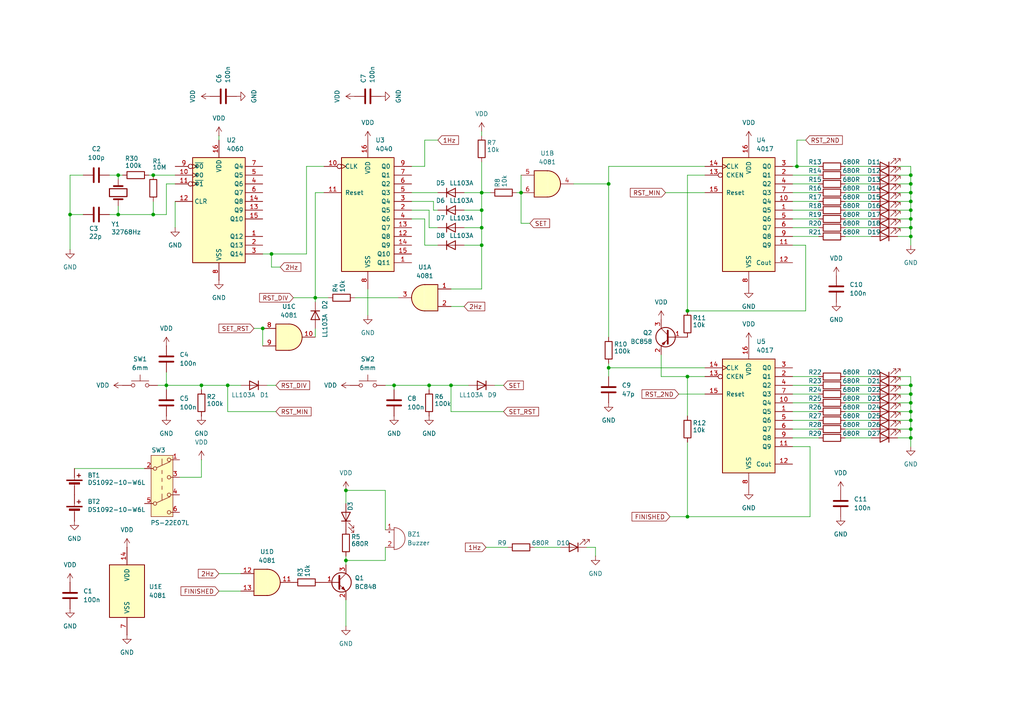
<source format=kicad_sch>
(kicad_sch (version 20231120) (generator "eeschema") (generator_version "8.0")
  (paper "A4")
  (title_block (title "Kitchen minute timer") (date "2024-12-27") (rev "2") (company "www.elektrokrouzek.cz"))
  (junction (at 139.7 66.04))
  (junction (at 130.81 111.76))
  (junction (at 264.16 116.84))
  (junction (at 199.39 90.17))
  (junction (at 34.29 62.23))
  (junction (at 199.39 149.86))
  (junction (at 264.16 127))
  (junction (at 100.33 142.24))
  (junction (at 76.2 95.25))
  (junction (at 44.45 50.8))
  (junction (at 20.32 62.23))
  (junction (at 44.45 62.23))
  (junction (at 114.3 111.76))
  (junction (at 124.46 111.76))
  (junction (at 34.29 50.8))
  (junction (at 100.33 162.56))
  (junction (at 264.16 114.3))
  (junction (at 264.16 60.96))
  (junction (at 176.53 106.68))
  (junction (at 264.16 111.76))
  (junction (at 139.7 60.96))
  (junction (at 264.16 63.5))
  (junction (at 151.13 55.88))
  (junction (at 264.16 66.04))
  (junction (at 139.7 71.12))
  (junction (at 139.7 55.88))
  (junction (at 58.42 111.76))
  (junction (at 264.16 50.8))
  (junction (at 264.16 58.42))
  (junction (at 176.53 53.34))
  (junction (at 231.14 48.26))
  (junction (at 264.16 121.92))
  (junction (at 264.16 53.34))
  (junction (at 264.16 124.46))
  (junction (at 264.16 119.38))
  (junction (at 48.26 111.76))
  (junction (at 91.44 86.36))
  (junction (at 264.16 68.58))
  (junction (at 264.16 55.88))
  (junction (at 66.04 111.76))
  (junction (at 78.74 73.66))
  (junction (at 199.39 109.22))
  (wire (pts (xy 31.75 62.23) (xy 34.29 62.23)))
  (wire (pts (xy 48.26 62.23) (xy 44.45 62.23)))
  (wire (pts (xy 91.44 95.25) (xy 91.44 97.79)))
  (wire (pts (xy 260.35 121.92) (xy 264.16 121.92)))
  (wire (pts (xy 119.38 58.42) (xy 125.73 58.42)))
  (wire (pts (xy 124.46 66.04) (xy 127 66.04)))
  (wire (pts (xy 114.3 111.76) (xy 114.3 113.03)))
  (wire (pts (xy 130.81 83.82) (xy 139.7 83.82)))
  (wire (pts (xy 229.87 48.26) (xy 231.14 48.26)))
  (wire (pts (xy 245.11 55.88) (xy 252.73 55.88)))
  (wire (pts (xy 102.87 86.36) (xy 115.57 86.36)))
  (wire (pts (xy 264.16 116.84) (xy 264.16 119.38)))
  (wire (pts (xy 76.2 73.66) (xy 78.74 73.66)))
  (wire (pts (xy 260.35 48.26) (xy 264.16 48.26)))
  (wire (pts (xy 134.62 66.04) (xy 139.7 66.04)))
  (wire (pts (xy 139.7 71.12) (xy 139.7 66.04)))
  (wire (pts (xy 76.2 95.25) (xy 76.2 100.33)))
  (wire (pts (xy 91.44 86.36) (xy 91.44 55.88)))
  (wire (pts (xy 100.33 142.24) (xy 100.33 146.05)))
  (wire (pts (xy 88.9 73.66) (xy 88.9 48.26)))
  (wire (pts (xy 245.11 48.26) (xy 252.73 48.26)))
  (wire (pts (xy 229.87 111.76) (xy 237.49 111.76)))
  (wire (pts (xy 260.35 119.38) (xy 264.16 119.38)))
  (wire (pts (xy 48.26 111.76) (xy 48.26 113.03)))
  (wire (pts (xy 24.13 50.8) (xy 20.32 50.8)))
  (wire (pts (xy 78.74 73.66) (xy 88.9 73.66)))
  (wire (pts (xy 151.13 64.77) (xy 151.13 55.88)))
  (wire (pts (xy 48.26 107.95) (xy 48.26 111.76)))
  (wire (pts (xy 31.75 50.8) (xy 34.29 50.8)))
  (wire (pts (xy 245.11 119.38) (xy 252.73 119.38)))
  (wire (pts (xy 204.47 114.3) (xy 196.85 114.3)))
  (wire (pts (xy 119.38 55.88) (xy 127 55.88)))
  (wire (pts (xy 58.42 138.43) (xy 58.42 133.35)))
  (wire (pts (xy 245.11 50.8) (xy 252.73 50.8)))
  (wire (pts (xy 229.87 109.22) (xy 237.49 109.22)))
  (wire (pts (xy 245.11 66.04) (xy 252.73 66.04)))
  (wire (pts (xy 34.29 62.23) (xy 44.45 62.23)))
  (wire (pts (xy 245.11 114.3) (xy 252.73 114.3)))
  (wire (pts (xy 234.95 149.86) (xy 199.39 149.86)))
  (wire (pts (xy 100.33 173.99) (xy 100.33 181.61)))
  (wire (pts (xy 130.81 111.76) (xy 135.89 111.76)))
  (wire (pts (xy 264.16 48.26) (xy 264.16 50.8)))
  (wire (pts (xy 245.11 68.58) (xy 252.73 68.58)))
  (wire (pts (xy 229.87 55.88) (xy 237.49 55.88)))
  (wire (pts (xy 81.28 77.47) (xy 78.74 77.47)))
  (wire (pts (xy 149.86 55.88) (xy 151.13 55.88)))
  (wire (pts (xy 204.47 48.26) (xy 176.53 48.26)))
  (wire (pts (xy 21.59 135.89) (xy 41.91 135.89)))
  (wire (pts (xy 229.87 50.8) (xy 237.49 50.8)))
  (wire (pts (xy 229.87 53.34) (xy 237.49 53.34)))
  (wire (pts (xy 63.5 166.37) (xy 69.85 166.37)))
  (wire (pts (xy 229.87 68.58) (xy 237.49 68.58)))
  (wire (pts (xy 264.16 50.8) (xy 264.16 53.34)))
  (wire (pts (xy 229.87 66.04) (xy 237.49 66.04)))
  (wire (pts (xy 48.26 53.34) (xy 48.26 62.23)))
  (wire (pts (xy 260.35 68.58) (xy 264.16 68.58)))
  (wire (pts (xy 264.16 124.46) (xy 264.16 127)))
  (wire (pts (xy 231.14 48.26) (xy 237.49 48.26)))
  (wire (pts (xy 124.46 60.96) (xy 124.46 66.04)))
  (wire (pts (xy 123.19 40.64) (xy 127 40.64)))
  (wire (pts (xy 154.94 158.75) (xy 162.56 158.75)))
  (wire (pts (xy 100.33 162.56) (xy 111.76 162.56)))
  (wire (pts (xy 139.7 38.1) (xy 139.7 39.37)))
  (wire (pts (xy 123.19 71.12) (xy 127 71.12)))
  (wire (pts (xy 20.32 50.8) (xy 20.32 62.23)))
  (wire (pts (xy 130.81 119.38) (xy 130.81 111.76)))
  (wire (pts (xy 95.25 86.36) (xy 91.44 86.36)))
  (wire (pts (xy 245.11 127) (xy 252.73 127)))
  (wire (pts (xy 264.16 66.04) (xy 264.16 68.58)))
  (wire (pts (xy 260.35 116.84) (xy 264.16 116.84)))
  (wire (pts (xy 34.29 52.07) (xy 34.29 50.8)))
  (wire (pts (xy 146.05 119.38) (xy 130.81 119.38)))
  (wire (pts (xy 111.76 153.67) (xy 111.76 142.24)))
  (wire (pts (xy 264.16 63.5) (xy 264.16 66.04)))
  (wire (pts (xy 172.72 158.75) (xy 172.72 161.29)))
  (wire (pts (xy 264.16 53.34) (xy 264.16 55.88)))
  (wire (pts (xy 100.33 162.56) (xy 100.33 163.83)))
  (wire (pts (xy 130.81 88.9) (xy 134.62 88.9)))
  (wire (pts (xy 233.68 71.12) (xy 233.68 90.17)))
  (wire (pts (xy 124.46 113.03) (xy 124.46 111.76)))
  (wire (pts (xy 123.19 40.64) (xy 123.19 48.26)))
  (wire (pts (xy 100.33 142.24) (xy 111.76 142.24)))
  (wire (pts (xy 176.53 106.68) (xy 176.53 105.41)))
  (wire (pts (xy 264.16 58.42) (xy 264.16 60.96)))
  (wire (pts (xy 63.5 39.37) (xy 63.5 40.64)))
  (wire (pts (xy 114.3 111.76) (xy 124.46 111.76)))
  (wire (pts (xy 119.38 63.5) (xy 123.19 63.5)))
  (wire (pts (xy 199.39 109.22) (xy 204.47 109.22)))
  (wire (pts (xy 44.45 50.8) (xy 50.8 50.8)))
  (wire (pts (xy 231.14 40.64) (xy 231.14 48.26)))
  (wire (pts (xy 134.62 60.96) (xy 139.7 60.96)))
  (wire (pts (xy 170.18 158.75) (xy 172.72 158.75)))
  (wire (pts (xy 194.31 149.86) (xy 199.39 149.86)))
  (wire (pts (xy 245.11 124.46) (xy 252.73 124.46)))
  (wire (pts (xy 233.68 40.64) (xy 231.14 40.64)))
  (wire (pts (xy 264.16 121.92) (xy 264.16 124.46)))
  (wire (pts (xy 58.42 111.76) (xy 66.04 111.76)))
  (wire (pts (xy 199.39 50.8) (xy 204.47 50.8)))
  (wire (pts (xy 245.11 121.92) (xy 252.73 121.92)))
  (wire (pts (xy 139.7 60.96) (xy 139.7 55.88)))
  (wire (pts (xy 125.73 60.96) (xy 127 60.96)))
  (wire (pts (xy 176.53 53.34) (xy 176.53 97.79)))
  (wire (pts (xy 245.11 111.76) (xy 252.73 111.76)))
  (wire (pts (xy 191.77 102.87) (xy 191.77 109.22)))
  (wire (pts (xy 111.76 111.76) (xy 114.3 111.76)))
  (wire (pts (xy 260.35 66.04) (xy 264.16 66.04)))
  (wire (pts (xy 229.87 114.3) (xy 237.49 114.3)))
  (wire (pts (xy 199.39 109.22) (xy 199.39 120.65)))
  (wire (pts (xy 85.09 86.36) (xy 91.44 86.36)))
  (wire (pts (xy 48.26 111.76) (xy 58.42 111.76)))
  (wire (pts (xy 260.35 127) (xy 264.16 127)))
  (wire (pts (xy 88.9 48.26) (xy 93.98 48.26)))
  (wire (pts (xy 260.35 124.46) (xy 264.16 124.46)))
  (wire (pts (xy 123.19 63.5) (xy 123.19 71.12)))
  (wire (pts (xy 147.32 158.75) (xy 140.97 158.75)))
  (wire (pts (xy 143.51 111.76) (xy 146.05 111.76)))
  (wire (pts (xy 264.16 60.96) (xy 264.16 63.5)))
  (wire (pts (xy 229.87 129.54) (xy 234.95 129.54)))
  (wire (pts (xy 199.39 90.17) (xy 199.39 50.8)))
  (wire (pts (xy 245.11 63.5) (xy 252.73 63.5)))
  (wire (pts (xy 260.35 114.3) (xy 264.16 114.3)))
  (wire (pts (xy 139.7 71.12) (xy 139.7 83.82)))
  (wire (pts (xy 264.16 55.88) (xy 264.16 58.42)))
  (wire (pts (xy 229.87 116.84) (xy 237.49 116.84)))
  (wire (pts (xy 139.7 66.04) (xy 139.7 60.96)))
  (wire (pts (xy 264.16 109.22) (xy 264.16 111.76)))
  (wire (pts (xy 91.44 55.88) (xy 93.98 55.88)))
  (wire (pts (xy 260.35 63.5) (xy 264.16 63.5)))
  (wire (pts (xy 229.87 60.96) (xy 237.49 60.96)))
  (wire (pts (xy 125.73 58.42) (xy 125.73 60.96)))
  (wire (pts (xy 264.16 114.3) (xy 264.16 116.84)))
  (wire (pts (xy 50.8 66.04) (xy 50.8 58.42)))
  (wire (pts (xy 260.35 109.22) (xy 264.16 109.22)))
  (wire (pts (xy 58.42 113.03) (xy 58.42 111.76)))
  (wire (pts (xy 229.87 121.92) (xy 237.49 121.92)))
  (wire (pts (xy 73.66 95.25) (xy 76.2 95.25)))
  (wire (pts (xy 45.72 111.76) (xy 48.26 111.76)))
  (wire (pts (xy 43.18 50.8) (xy 44.45 50.8)))
  (wire (pts (xy 245.11 53.34) (xy 252.73 53.34)))
  (wire (pts (xy 166.37 53.34) (xy 176.53 53.34)))
  (wire (pts (xy 20.32 62.23) (xy 24.13 62.23)))
  (wire (pts (xy 245.11 58.42) (xy 252.73 58.42)))
  (wire (pts (xy 50.8 53.34) (xy 48.26 53.34)))
  (wire (pts (xy 34.29 50.8) (xy 35.56 50.8)))
  (wire (pts (xy 191.77 109.22) (xy 199.39 109.22)))
  (wire (pts (xy 176.53 48.26) (xy 176.53 53.34)))
  (wire (pts (xy 44.45 58.42) (xy 44.45 62.23)))
  (wire (pts (xy 193.04 55.88) (xy 204.47 55.88)))
  (wire (pts (xy 260.35 60.96) (xy 264.16 60.96)))
  (wire (pts (xy 264.16 111.76) (xy 264.16 114.3)))
  (wire (pts (xy 260.35 58.42) (xy 264.16 58.42)))
  (wire (pts (xy 34.29 62.23) (xy 34.29 59.69)))
  (wire (pts (xy 91.44 86.36) (xy 91.44 87.63)))
  (wire (pts (xy 111.76 158.75) (xy 111.76 162.56)))
  (wire (pts (xy 106.68 83.82) (xy 106.68 91.44)))
  (wire (pts (xy 245.11 116.84) (xy 252.73 116.84)))
  (wire (pts (xy 63.5 171.45) (xy 69.85 171.45)))
  (wire (pts (xy 134.62 55.88) (xy 139.7 55.88)))
  (wire (pts (xy 229.87 71.12) (xy 233.68 71.12)))
  (wire (pts (xy 199.39 90.17) (xy 233.68 90.17)))
  (wire (pts (xy 204.47 106.68) (xy 176.53 106.68)))
  (wire (pts (xy 260.35 50.8) (xy 264.16 50.8)))
  (wire (pts (xy 264.16 119.38) (xy 264.16 121.92)))
  (wire (pts (xy 229.87 124.46) (xy 237.49 124.46)))
  (wire (pts (xy 229.87 58.42) (xy 237.49 58.42)))
  (wire (pts (xy 151.13 50.8) (xy 151.13 55.88)))
  (wire (pts (xy 229.87 63.5) (xy 237.49 63.5)))
  (wire (pts (xy 100.33 161.29) (xy 100.33 162.56)))
  (wire (pts (xy 260.35 111.76) (xy 264.16 111.76)))
  (wire (pts (xy 123.19 48.26) (xy 119.38 48.26)))
  (wire (pts (xy 66.04 119.38) (xy 80.01 119.38)))
  (wire (pts (xy 229.87 119.38) (xy 237.49 119.38)))
  (wire (pts (xy 245.11 60.96) (xy 252.73 60.96)))
  (wire (pts (xy 139.7 46.99) (xy 139.7 55.88)))
  (wire (pts (xy 234.95 129.54) (xy 234.95 149.86)))
  (wire (pts (xy 66.04 119.38) (xy 66.04 111.76)))
  (wire (pts (xy 264.16 127) (xy 264.16 129.54)))
  (wire (pts (xy 66.04 111.76) (xy 69.85 111.76)))
  (wire (pts (xy 139.7 55.88) (xy 142.24 55.88)))
  (wire (pts (xy 199.39 128.27) (xy 199.39 149.86)))
  (wire (pts (xy 153.67 64.77) (xy 151.13 64.77)))
  (wire (pts (xy 245.11 109.22) (xy 252.73 109.22)))
  (wire (pts (xy 52.07 138.43) (xy 58.42 138.43)))
  (wire (pts (xy 260.35 53.34) (xy 264.16 53.34)))
  (wire (pts (xy 119.38 60.96) (xy 124.46 60.96)))
  (wire (pts (xy 260.35 55.88) (xy 264.16 55.88)))
  (wire (pts (xy 77.47 111.76) (xy 80.01 111.76)))
  (wire (pts (xy 124.46 111.76) (xy 130.81 111.76)))
  (wire (pts (xy 229.87 127) (xy 237.49 127)))
  (wire (pts (xy 176.53 106.68) (xy 176.53 109.22)))
  (wire (pts (xy 134.62 71.12) (xy 139.7 71.12)))
  (wire (pts (xy 20.32 62.23) (xy 20.32 72.39)))
  (wire (pts (xy 264.16 68.58) (xy 264.16 71.12)))
  (wire (pts (xy 78.74 77.47) (xy 78.74 73.66)))
  (global_label "SET" (shape input) (at 146.05 111.76 0) (property "Intersheetrefs" "${INTERSHEET_REFS}" (effects (hide yes))))
  (global_label "2Hz" (shape input) (at 81.28 77.47 0) (property "Intersheetrefs" "${INTERSHEET_REFS}" (effects (hide yes))))
  (global_label "RST_2ND" (shape input) (at 196.85 114.3 180) (property "Intersheetrefs" "${INTERSHEET_REFS}" (effects (hide yes))))
  (global_label "RST_DIV" (shape input) (at 80.01 111.76 0) (property "Intersheetrefs" "${INTERSHEET_REFS}" (effects (hide yes))))
  (global_label "2Hz" (shape input) (at 134.62 88.9 0) (property "Intersheetrefs" "${INTERSHEET_REFS}" (effects (hide yes))))
  (global_label "2Hz" (shape input) (at 63.5 166.37 180) (property "Intersheetrefs" "${INTERSHEET_REFS}" (effects (hide yes))))
  (global_label "1Hz" (shape input) (at 140.97 158.75 180) (property "Intersheetrefs" "${INTERSHEET_REFS}" (effects (hide yes))))
  (global_label "FINISHED" (shape input) (at 194.31 149.86 180) (property "Intersheetrefs" "${INTERSHEET_REFS}" (effects (hide yes))))
  (global_label "RST_2ND" (shape input) (at 233.68 40.64 0) (property "Intersheetrefs" "${INTERSHEET_REFS}" (effects (hide yes))))
  (global_label "RST_MIN" (shape input) (at 80.01 119.38 0) (property "Intersheetrefs" "${INTERSHEET_REFS}" (effects (hide yes))))
  (global_label "SET" (shape input) (at 153.67 64.77 0) (property "Intersheetrefs" "${INTERSHEET_REFS}" (effects (hide yes))))
  (global_label "1Hz" (shape input) (at 127 40.64 0) (property "Intersheetrefs" "${INTERSHEET_REFS}" (effects (hide yes))))
  (global_label "FINISHED" (shape input) (at 63.5 171.45 180) (property "Intersheetrefs" "${INTERSHEET_REFS}" (effects (hide yes))))
  (global_label "SET_RST" (shape input) (at 146.05 119.38 0) (property "Intersheetrefs" "${INTERSHEET_REFS}" (effects (hide yes))))
  (global_label "SET_RST" (shape input) (at 73.66 95.25 180) (property "Intersheetrefs" "${INTERSHEET_REFS}" (effects (hide yes))))
  (global_label "RST_MIN" (shape input) (at 193.04 55.88 180) (property "Intersheetrefs" "${INTERSHEET_REFS}" (effects (hide yes))))
  (global_label "RST_DIV" (shape input) (at 85.09 86.36 180) (property "Intersheetrefs" "${INTERSHEET_REFS}" (effects (hide yes))))
  (symbol (lib_id "power:VDD") (at 243.84 142.24 0) (unit 1)
    (property "Reference" "#PWR036" (effects (hide yes)))
    (property "Value" "VDD" (at 243.84 137.16 0))
    (property "Description" "Power symbol creates a global label with name \"VDD\"" (effects (hide yes)))
  )
  (symbol (lib_id "Switch:SW_Push_DPDT") (at 46.99 140.97 0) (unit 1)
    (property "Reference" "SW3" (at 45.974 130.556 0))
    (property "Value" "PS-22E07L" (at 49.276 151.638 0))
    (property "Footprint" "Button_Switch_THT_Hap:SW_DPDT_7x7_Turbo" (effects (hide yes)))
    (property "Description" "Momentary Switch, dual pole double throw" (effects (hide yes)))
  )
  (symbol (lib_id "power:VDD") (at 106.68 40.64 0) (unit 1)
    (property "Reference" "#PWR021" (effects (hide yes)))
    (property "Value" "VDD" (at 106.68 35.56 0))
    (property "Description" "Power symbol creates a global label with name \"VDD\"" (effects (hide yes)))
  )
  (symbol (lib_id "Device:LED") (at 256.54 53.34 180) (unit 1)
    (property "Reference" "D13" (at 253.492 52.07 0))
    (property "Value" "3mm G" (effects (hide yes)))
    (property "Footprint" "LED_THT:LED_D3.0mm" (effects (hide yes)))
    (property "Description" "Light emitting diode" (effects (hide yes)))
  )
  (symbol (lib_id "Device:R") (at 100.33 157.48 0) (unit 1)
    (property "Reference" "R5" (at 101.854 155.702 0) (effects (justify left)))
    (property "Value" "680R" (at 101.854 157.734 0) (effects (justify left)))
    (property "Footprint" "Resistor_SMD:R_1206_3216Metric_Pad1.30x1.75mm_HandSolder" (effects (hide yes)))
    (property "Description" "Resistor" (effects (hide yes)))
  )
  (symbol (lib_id "Device:C") (at 243.84 146.05 180) (unit 1)
    (property "Reference" "C11" (at 247.65 144.7799 0) (effects (justify right)))
    (property "Value" "100n" (at 247.65 147.3199 0) (effects (justify right)))
    (property "Footprint" "Capacitor_SMD:C_1206_3216Metric_Pad1.33x1.80mm_HandSolder" (effects (hide yes)))
    (property "Description" "Unpolarized capacitor" (effects (hide yes)))
  )
  (symbol (lib_id "power:GND") (at 243.84 149.86 0) (unit 1)
    (property "Reference" "#PWR037" (effects (hide yes)))
    (property "Value" "GND" (at 243.84 154.94 0))
    (property "Description" "Power symbol creates a global label with name \"GND\" , ground" (effects (hide yes)))
  )
  (symbol (lib_id "Device:LED") (at 256.54 116.84 180) (unit 1)
    (property "Reference" "D23" (at 253.492 115.57 0))
    (property "Value" "3mm G" (effects (hide yes)))
    (property "Footprint" "LED_THT:LED_D3.0mm" (effects (hide yes)))
    (property "Description" "Light emitting diode" (effects (hide yes)))
  )
  (symbol (lib_id "power:GND") (at 21.59 151.13 0) (unit 1)
    (property "Reference" "#PWR05" (effects (hide yes)))
    (property "Value" "GND" (at 21.59 156.21 0))
    (property "Description" "Power symbol creates a global label with name \"GND\" , ground" (effects (hide yes)))
  )
  (symbol (lib_id "power:GND") (at 114.3 120.65 0) (unit 1)
    (property "Reference" "#PWR024" (effects (hide yes)))
    (property "Value" "GND" (at 114.3 125.73 0))
    (property "Description" "Power symbol creates a global label with name \"GND\" , ground" (effects (hide yes)))
  )
  (symbol (lib_id "Device:LED") (at 256.54 48.26 180) (unit 1)
    (property "Reference" "D11" (at 253.492 46.99 0))
    (property "Value" "3mm G" (effects (hide yes)))
    (property "Footprint" "LED_THT:LED_D3.0mm" (effects (hide yes)))
    (property "Description" "Light emitting diode" (effects (hide yes)))
  )
  (symbol (lib_id "power:GND") (at 36.83 184.15 0) (unit 1)
    (property "Reference" "#PWR08" (effects (hide yes)))
    (property "Value" "GND" (at 36.83 189.23 0))
    (property "Description" "Power symbol creates a global label with name \"GND\" , ground" (effects (hide yes)))
  )
  (symbol (lib_id "power:GND") (at 68.58 27.94 90) (unit 1)
    (property "Reference" "#PWR016" (effects (hide yes)))
    (property "Value" "GND" (at 73.66 27.94 0))
    (property "Description" "Power symbol creates a global label with name \"GND\" , ground" (effects (hide yes)))
  )
  (symbol (lib_id "Device:R") (at 58.42 116.84 0) (unit 1)
    (property "Reference" "R2" (at 59.944 115.062 0) (effects (justify left)))
    (property "Value" "100k" (at 59.944 117.094 0) (effects (justify left)))
    (property "Footprint" "Resistor_SMD:R_1206_3216Metric_Pad1.30x1.75mm_HandSolder" (effects (hide yes)))
    (property "Description" "Resistor" (effects (hide yes)))
  )
  (symbol (lib_id "Device:C") (at 106.68 27.94 270) (unit 1)
    (property "Reference" "C7" (at 105.4099 24.13 0) (effects (justify right)))
    (property "Value" "100n" (at 107.9499 24.13 0) (effects (justify right)))
    (property "Footprint" "Capacitor_SMD:C_1206_3216Metric_Pad1.33x1.80mm_HandSolder" (effects (hide yes)))
    (property "Description" "Unpolarized capacitor" (effects (hide yes)))
  )
  (symbol (lib_id "4xxx:4017") (at 217.17 60.96 0) (unit 1)
    (property "Reference" "U4" (at 219.3641 40.64 0) (effects (justify left)))
    (property "Value" "4017" (at 219.3641 43.18 0) (effects (justify left)))
    (property "Footprint" "Package_SO:SO-16_3.9x9.9mm_P1.27mm" (effects (hide yes)))
    (property "Datasheet" "http://www.intersil.com/content/dam/Intersil/documents/cd40/cd4017bms-22bms.pdf" (effects (hide yes)))
    (property "Description" "Johnson Counter ( 10 outputs )" (effects (hide yes)))
  )
  (symbol (lib_id "power:VDD") (at 191.77 92.71 0) (unit 1)
    (property "Reference" "#PWR029" (effects (hide yes)))
    (property "Value" "VDD" (at 191.77 87.63 0))
    (property "Description" "Power symbol creates a global label with name \"VDD\"" (effects (hide yes)))
  )
  (symbol (lib_id "Device:R") (at 199.39 124.46 0) (unit 1)
    (property "Reference" "R12" (at 200.914 122.682 0) (effects (justify left)))
    (property "Value" "10k" (at 200.914 124.714 0) (effects (justify left)))
    (property "Footprint" "Resistor_SMD:R_1206_3216Metric_Pad1.30x1.75mm_HandSolder" (effects (hide yes)))
    (property "Description" "Resistor" (effects (hide yes)))
  )
  (symbol (lib_id "Device:D") (at 91.44 91.44 270) (unit 1)
    (property "Reference" "D2" (at 94.234 88.392 0))
    (property "Value" "LL103A" (at 94.234 94.488 0))
    (property "Footprint" "Diode_SMD:D_MiniMELF" (effects (hide yes)))
    (property "Description" "Diode" (effects (hide yes)))
    (property "Sim.Device" "D" (effects (hide yes)))
    (property "Sim.Pins" "1=K 2=A" (effects (hide yes)))
  )
  (symbol (lib_id "Device:LED") (at 166.37 158.75 180) (unit 1)
    (property "Reference" "D10" (at 163.322 157.48 0))
    (property "Value" "3mm Y" (effects (hide yes)))
    (property "Footprint" "LED_THT:LED_D3.0mm" (effects (hide yes)))
    (property "Description" "Light emitting diode" (effects (hide yes)))
  )
  (symbol (lib_id "Device:R") (at 241.3 109.22 270) (unit 1)
    (property "Reference" "R22" (at 234.442 107.95 90) (effects (justify left)))
    (property "Value" "680R" (at 244.348 107.95 90) (effects (justify left)))
    (property "Footprint" "Resistor_SMD:R_1206_3216Metric_Pad1.30x1.75mm_HandSolder" (effects (hide yes)))
    (property "Description" "Resistor" (effects (hide yes)))
  )
  (symbol (lib_id "power:GND") (at 264.16 71.12 0) (unit 1)
    (property "Reference" "#PWR038" (effects (hide yes)))
    (property "Value" "GND" (at 264.16 76.2 0))
    (property "Description" "Power symbol creates a global label with name \"GND\" , ground" (effects (hide yes)))
  )
  (symbol (lib_id "power:GND") (at 217.17 142.24 0) (unit 1)
    (property "Reference" "#PWR033" (effects (hide yes)))
    (property "Value" "GND" (at 217.17 147.32 0))
    (property "Description" "Power symbol creates a global label with name \"GND\" , ground" (effects (hide yes)))
  )
  (symbol (lib_id "4xxx:4081") (at 83.82 97.79 0) (unit 3)
    (property "Reference" "U1" (at 83.8117 88.9 0))
    (property "Value" "4081" (at 83.8117 91.44 0))
    (property "Footprint" "Package_SO:SO-14_3.9x8.65mm_P1.27mm" (effects (hide yes)))
    (property "Datasheet" "http://www.intersil.com/content/dam/Intersil/documents/cd40/cd4073bms-81bms-82bms.pdf" (effects (hide yes)))
    (property "Description" "Quad And 2 inputs" (effects (hide yes)))
  )
  (symbol (lib_id "Device:D") (at 130.81 55.88 0) (unit 1)
    (property "Reference" "D5" (at 127.762 53.086 0))
    (property "Value" "LL103A" (at 133.858 53.086 0))
    (property "Footprint" "Diode_SMD:D_MiniMELF" (effects (hide yes)))
    (property "Description" "Diode" (effects (hide yes)))
    (property "Sim.Device" "D" (effects (hide yes)))
    (property "Sim.Pins" "1=K 2=A" (effects (hide yes)))
  )
  (symbol (lib_id "Device:C") (at 48.26 104.14 180) (unit 1)
    (property "Reference" "C4" (at 52.07 102.8699 0) (effects (justify right)))
    (property "Value" "100n" (at 52.07 105.4099 0) (effects (justify right)))
    (property "Footprint" "Capacitor_SMD:C_1206_3216Metric_Pad1.33x1.80mm_HandSolder" (effects (hide yes)))
    (property "Description" "Unpolarized capacitor" (effects (hide yes)))
  )
  (symbol (lib_id "Device:LED") (at 256.54 109.22 180) (unit 1)
    (property "Reference" "D20" (at 253.492 107.95 0))
    (property "Value" "3mm G" (effects (hide yes)))
    (property "Footprint" "LED_THT:LED_D3.0mm" (effects (hide yes)))
    (property "Description" "Light emitting diode" (effects (hide yes)))
  )
  (symbol (lib_id "power:GND") (at 63.5 81.28 0) (unit 1)
    (property "Reference" "#PWR015" (effects (hide yes)))
    (property "Value" "GND" (at 63.5 86.36 0))
    (property "Description" "Power symbol creates a global label with name \"GND\" , ground" (effects (hide yes)))
  )
  (symbol (lib_id "power:VDD") (at 35.56 111.76 90) (unit 1)
    (property "Reference" "#PWR06" (effects (hide yes)))
    (property "Value" "VDD" (at 31.75 111.7599 90) (effects (justify left)))
    (property "Description" "Power symbol creates a global label with name \"VDD\"" (effects (hide yes)))
  )
  (symbol (lib_id "power:GND") (at 176.53 116.84 0) (unit 1)
    (property "Reference" "#PWR028" (effects (hide yes)))
    (property "Value" "GND" (at 176.53 121.92 0))
    (property "Description" "Power symbol creates a global label with name \"GND\" , ground" (effects (hide yes)))
  )
  (symbol (lib_id "power:VDD") (at 217.17 99.06 0) (unit 1)
    (property "Reference" "#PWR032" (effects (hide yes)))
    (property "Value" "VDD" (at 217.17 93.98 0))
    (property "Description" "Power symbol creates a global label with name \"VDD\"" (effects (hide yes)))
  )
  (symbol (lib_id "Device:C") (at 242.57 83.82 180) (unit 1)
    (property "Reference" "C10" (at 246.38 82.5499 0) (effects (justify right)))
    (property "Value" "100n" (at 246.38 85.0899 0) (effects (justify right)))
    (property "Footprint" "Capacitor_SMD:C_1206_3216Metric_Pad1.33x1.80mm_HandSolder" (effects (hide yes)))
    (property "Description" "Unpolarized capacitor" (effects (hide yes)))
  )
  (symbol (lib_id "Device:R") (at 241.3 58.42 270) (unit 1)
    (property "Reference" "R17" (at 234.442 57.15 90) (effects (justify left)))
    (property "Value" "680R" (at 244.348 57.15 90) (effects (justify left)))
    (property "Footprint" "Resistor_SMD:R_1206_3216Metric_Pad1.30x1.75mm_HandSolder" (effects (hide yes)))
    (property "Description" "Resistor" (effects (hide yes)))
  )
  (symbol (lib_id "Device:R") (at 241.3 127 270) (unit 1)
    (property "Reference" "R29" (at 234.442 125.73 90) (effects (justify left)))
    (property "Value" "680R" (at 244.348 125.73 90) (effects (justify left)))
    (property "Footprint" "Resistor_SMD:R_1206_3216Metric_Pad1.30x1.75mm_HandSolder" (effects (hide yes)))
    (property "Description" "Resistor" (effects (hide yes)))
  )
  (symbol (lib_id "Device:D") (at 130.81 66.04 0) (unit 1)
    (property "Reference" "D7" (at 127.762 63.246 0))
    (property "Value" "LL103A" (at 133.858 63.246 0))
    (property "Footprint" "Diode_SMD:D_MiniMELF" (effects (hide yes)))
    (property "Description" "Diode" (effects (hide yes)))
    (property "Sim.Device" "D" (effects (hide yes)))
    (property "Sim.Pins" "1=K 2=A" (effects (hide yes)))
  )
  (symbol (lib_id "power:VDD") (at 60.96 27.94 90) (unit 1)
    (property "Reference" "#PWR013" (effects (hide yes)))
    (property "Value" "VDD" (at 55.88 27.94 0))
    (property "Description" "Power symbol creates a global label with name \"VDD\"" (effects (hide yes)))
  )
  (symbol (lib_id "Device:R") (at 241.3 50.8 270) (unit 1)
    (property "Reference" "R14" (at 234.442 49.53 90) (effects (justify left)))
    (property "Value" "680R" (at 244.348 49.53 90) (effects (justify left)))
    (property "Footprint" "Resistor_SMD:R_1206_3216Metric_Pad1.30x1.75mm_HandSolder" (effects (hide yes)))
    (property "Description" "Resistor" (effects (hide yes)))
  )
  (symbol (lib_id "Device:C") (at 27.94 62.23 90) (unit 1)
    (property "Reference" "C3" (at 27.178 66.294 90))
    (property "Value" "22p" (at 27.686 68.58 90))
    (property "Footprint" "Capacitor_SMD:C_1206_3216Metric_Pad1.33x1.80mm_HandSolder" (effects (hide yes)))
    (property "Description" "Unpolarized capacitor" (effects (hide yes)))
  )
  (symbol (lib_id "Device:D") (at 130.81 60.96 0) (unit 1)
    (property "Reference" "D6" (at 127.762 58.166 0))
    (property "Value" "LL103A" (at 133.858 58.166 0))
    (property "Footprint" "Diode_SMD:D_MiniMELF" (effects (hide yes)))
    (property "Description" "Diode" (effects (hide yes)))
    (property "Sim.Device" "D" (effects (hide yes)))
    (property "Sim.Pins" "1=K 2=A" (effects (hide yes)))
  )
  (symbol (lib_id "Device:D") (at 139.7 111.76 180) (unit 1)
    (property "Reference" "D9" (at 142.748 114.554 0))
    (property "Value" "LL103A" (at 136.652 114.554 0))
    (property "Footprint" "Diode_SMD:D_MiniMELF" (effects (hide yes)))
    (property "Description" "Diode" (effects (hide yes)))
    (property "Sim.Device" "D" (effects (hide yes)))
    (property "Sim.Pins" "1=K 2=A" (effects (hide yes)))
  )
  (symbol (lib_id "power:VDD") (at 36.83 158.75 0) (unit 1)
    (property "Reference" "#PWR07" (effects (hide yes)))
    (property "Value" "VDD" (at 36.83 153.67 0))
    (property "Description" "Power symbol creates a global label with name \"VDD\"" (effects (hide yes)))
  )
  (symbol (lib_id "4xxx:4081") (at 36.83 171.45 0) (unit 5)
    (property "Reference" "U1" (at 43.18 170.1799 0) (effects (justify left)))
    (property "Value" "4081" (at 43.18 172.7199 0) (effects (justify left)))
    (property "Footprint" "Package_SO:SO-14_3.9x8.65mm_P1.27mm" (effects (hide yes)))
    (property "Datasheet" "http://www.intersil.com/content/dam/Intersil/documents/cd40/cd4073bms-81bms-82bms.pdf" (effects (hide yes)))
    (property "Description" "Quad And 2 inputs" (effects (hide yes)))
  )
  (symbol (lib_id "Device:R") (at 44.45 54.61 0) (unit 1)
    (property "Reference" "R1" (at 44.196 46.736 0) (effects (justify left)))
    (property "Value" "10M" (at 44.196 48.514 0) (effects (justify left)))
    (property "Footprint" "Resistor_SMD:R_1206_3216Metric_Pad1.30x1.75mm_HandSolder" (effects (hide yes)))
    (property "Description" "Resistor" (effects (hide yes)))
  )
  (symbol (lib_id "power:VDD") (at 58.42 133.35 0) (unit 1)
    (property "Reference" "#PWR04" (effects (hide yes)))
    (property "Value" "VDD" (at 58.42 128.27 0))
    (property "Description" "Power symbol creates a global label with name \"VDD\"" (effects (hide yes)))
  )
  (symbol (lib_id "Device:LED") (at 256.54 60.96 180) (unit 1)
    (property "Reference" "D16" (at 253.492 59.69 0))
    (property "Value" "3mm G" (effects (hide yes)))
    (property "Footprint" "LED_THT:LED_D3.0mm" (effects (hide yes)))
    (property "Description" "Light emitting diode" (effects (hide yes)))
  )
  (symbol (lib_id "Device:R") (at 241.3 60.96 270) (unit 1)
    (property "Reference" "R18" (at 234.442 59.69 90) (effects (justify left)))
    (property "Value" "680R" (at 244.348 59.69 90) (effects (justify left)))
    (property "Footprint" "Resistor_SMD:R_1206_3216Metric_Pad1.30x1.75mm_HandSolder" (effects (hide yes)))
    (property "Description" "Resistor" (effects (hide yes)))
  )
  (symbol (lib_id "power:GND") (at 58.42 120.65 0) (unit 1)
    (property "Reference" "#PWR012" (effects (hide yes)))
    (property "Value" "GND" (at 58.42 125.73 0))
    (property "Description" "Power symbol creates a global label with name \"GND\" , ground" (effects (hide yes)))
  )
  (symbol (lib_id "power:VDD") (at 102.87 27.94 90) (unit 1)
    (property "Reference" "#PWR020" (effects (hide yes)))
    (property "Value" "VDD" (at 97.79 27.94 0))
    (property "Description" "Power symbol creates a global label with name \"VDD\"" (effects (hide yes)))
  )
  (symbol (lib_id "power:GND") (at 50.8 66.04 0) (unit 1)
    (property "Reference" "#PWR011" (effects (hide yes)))
    (property "Value" "GND" (at 50.8 71.12 0))
    (property "Description" "Power symbol creates a global label with name \"GND\" , ground" (effects (hide yes)))
  )
  (symbol (lib_id "power:GND") (at 100.33 181.61 0) (unit 1)
    (property "Reference" "#PWR018" (effects (hide yes)))
    (property "Value" "GND" (at 100.33 186.69 0))
    (property "Description" "Power symbol creates a global label with name \"GND\" , ground" (effects (hide yes)))
  )
  (symbol (lib_id "Device:R") (at 241.3 114.3 270) (unit 1)
    (property "Reference" "R24" (at 234.442 113.03 90) (effects (justify left)))
    (property "Value" "680R" (at 244.348 113.03 90) (effects (justify left)))
    (property "Footprint" "Resistor_SMD:R_1206_3216Metric_Pad1.30x1.75mm_HandSolder" (effects (hide yes)))
    (property "Description" "Resistor" (effects (hide yes)))
  )
  (symbol (lib_id "4xxx:4081") (at 158.75 53.34 0) (unit 2)
    (property "Reference" "U1" (at 158.7417 44.45 0))
    (property "Value" "4081" (at 158.7417 46.99 0))
    (property "Footprint" "Package_SO:SO-14_3.9x8.65mm_P1.27mm" (effects (hide yes)))
    (property "Datasheet" "http://www.intersil.com/content/dam/Intersil/documents/cd40/cd4073bms-81bms-82bms.pdf" (effects (hide yes)))
    (property "Description" "Quad And 2 inputs" (effects (hide yes)))
  )
  (symbol (lib_id "Device:R") (at 241.3 111.76 270) (unit 1)
    (property "Reference" "R23" (at 234.442 110.49 90) (effects (justify left)))
    (property "Value" "680R" (at 244.348 110.49 90) (effects (justify left)))
    (property "Footprint" "Resistor_SMD:R_1206_3216Metric_Pad1.30x1.75mm_HandSolder" (effects (hide yes)))
    (property "Description" "Resistor" (effects (hide yes)))
  )
  (symbol (lib_id "power:GND") (at 264.16 129.54 0) (unit 1)
    (property "Reference" "#PWR039" (effects (hide yes)))
    (property "Value" "GND" (at 264.16 134.62 0))
    (property "Description" "Power symbol creates a global label with name \"GND\" , ground" (effects (hide yes)))
  )
  (symbol (lib_id "Device:LED") (at 256.54 55.88 180) (unit 1)
    (property "Reference" "D14" (at 253.492 54.61 0))
    (property "Value" "3mm G" (effects (hide yes)))
    (property "Footprint" "LED_THT:LED_D3.0mm" (effects (hide yes)))
    (property "Description" "Light emitting diode" (effects (hide yes)))
  )
  (symbol (lib_id "Device:R") (at 146.05 55.88 90) (unit 1)
    (property "Reference" "R8" (at 144.272 54.356 0) (effects (justify left)))
    (property "Value" "10k" (at 146.304 54.356 0) (effects (justify left)))
    (property "Footprint" "Resistor_SMD:R_1206_3216Metric_Pad1.30x1.75mm_HandSolder" (effects (hide yes)))
    (property "Description" "Resistor" (effects (hide yes)))
  )
  (symbol (lib_id "Device:C") (at 20.32 172.72 180) (unit 1)
    (property "Reference" "C1" (at 24.13 171.4499 0) (effects (justify right)))
    (property "Value" "100n" (at 24.13 173.9899 0) (effects (justify right)))
    (property "Footprint" "Capacitor_SMD:C_1206_3216Metric_Pad1.33x1.80mm_HandSolder" (effects (hide yes)))
    (property "Description" "Unpolarized capacitor" (effects (hide yes)))
  )
  (symbol (lib_id "Device:R") (at 124.46 116.84 0) (unit 1)
    (property "Reference" "R6" (at 125.984 115.062 0) (effects (justify left)))
    (property "Value" "100k" (at 125.984 117.094 0) (effects (justify left)))
    (property "Footprint" "Resistor_SMD:R_1206_3216Metric_Pad1.30x1.75mm_HandSolder" (effects (hide yes)))
    (property "Description" "Resistor" (effects (hide yes)))
  )
  (symbol (lib_id "power:GND") (at 217.17 83.82 0) (unit 1)
    (property "Reference" "#PWR031" (effects (hide yes)))
    (property "Value" "GND" (at 217.17 88.9 0))
    (property "Description" "Power symbol creates a global label with name \"GND\" , ground" (effects (hide yes)))
  )
  (symbol (lib_id "power:GND") (at 172.72 161.29 0) (unit 1)
    (property "Reference" "#PWR027" (effects (hide yes)))
    (property "Value" "GND" (at 172.72 166.37 0))
    (property "Description" "Power symbol creates a global label with name \"GND\" , ground" (effects (hide yes)))
  )
  (symbol (lib_id "power:GND") (at 242.57 87.63 0) (unit 1)
    (property "Reference" "#PWR035" (effects (hide yes)))
    (property "Value" "GND" (at 242.57 92.71 0))
    (property "Description" "Power symbol creates a global label with name \"GND\" , ground" (effects (hide yes)))
  )
  (symbol (lib_id "power:VDD") (at 101.6 111.76 90) (unit 1)
    (property "Reference" "#PWR019" (effects (hide yes)))
    (property "Value" "VDD" (at 97.79 111.7599 90) (effects (justify left)))
    (property "Description" "Power symbol creates a global label with name \"VDD\"" (effects (hide yes)))
  )
  (symbol (lib_id "Device:C") (at 27.94 50.8 90) (unit 1)
    (property "Reference" "C2" (at 27.94 43.18 90))
    (property "Value" "100p" (at 27.94 45.72 90))
    (property "Footprint" "Capacitor_SMD:C_1206_3216Metric_Pad1.33x1.80mm_HandSolder" (effects (hide yes)))
    (property "Description" "Unpolarized capacitor" (effects (hide yes)))
  )
  (symbol (lib_id "Device:Buzzer") (at 114.3 156.21 0) (unit 1)
    (property "Reference" "BZ1" (at 118.11 154.9399 0) (effects (justify left)))
    (property "Value" "Buzzer" (at 118.11 157.4799 0) (effects (justify left)))
    (property "Footprint" "Buzzer_Beeper:MagneticBuzzer_ProSignal_ABI-010-RC" (effects (hide yes)))
    (property "Description" "Buzzer, polarized" (effects (hide yes)))
  )
  (symbol (lib_id "power:VDD") (at 48.26 100.33 0) (unit 1)
    (property "Reference" "#PWR09" (effects (hide yes)))
    (property "Value" "VDD" (at 48.26 95.25 0))
    (property "Description" "Power symbol creates a global label with name \"VDD\"" (effects (hide yes)))
  )
  (symbol (lib_id "Device:R") (at 241.3 121.92 270) (unit 1)
    (property "Reference" "R27" (at 234.442 120.65 90) (effects (justify left)))
    (property "Value" "680R" (at 244.348 120.65 90) (effects (justify left)))
    (property "Footprint" "Resistor_SMD:R_1206_3216Metric_Pad1.30x1.75mm_HandSolder" (effects (hide yes)))
    (property "Description" "Resistor" (effects (hide yes)))
  )
  (symbol (lib_id "Device:LED") (at 256.54 50.8 180) (unit 1)
    (property "Reference" "D12" (at 253.492 49.53 0))
    (property "Value" "3mm G" (effects (hide yes)))
    (property "Footprint" "LED_THT:LED_D3.0mm" (effects (hide yes)))
    (property "Description" "Light emitting diode" (effects (hide yes)))
  )
  (symbol (lib_id "4xxx:4081") (at 77.47 168.91 0) (unit 4)
    (property "Reference" "U1" (at 77.4617 160.02 0))
    (property "Value" "4081" (at 77.4617 162.56 0))
    (property "Footprint" "Package_SO:SO-14_3.9x8.65mm_P1.27mm" (effects (hide yes)))
    (property "Datasheet" "http://www.intersil.com/content/dam/Intersil/documents/cd40/cd4073bms-81bms-82bms.pdf" (effects (hide yes)))
    (property "Description" "Quad And 2 inputs" (effects (hide yes)))
  )
  (symbol (lib_id "Device:LED") (at 256.54 127 180) (unit 1)
    (property "Reference" "D27" (at 253.492 125.73 0))
    (property "Value" "3mm G" (effects (hide yes)))
    (property "Footprint" "LED_THT:LED_D3.0mm" (effects (hide yes)))
    (property "Description" "Light emitting diode" (effects (hide yes)))
  )
  (symbol (lib_id "Device:LED") (at 256.54 124.46 180) (unit 1)
    (property "Reference" "D26" (at 253.492 123.19 0))
    (property "Value" "3mm G" (effects (hide yes)))
    (property "Footprint" "LED_THT:LED_D3.0mm" (effects (hide yes)))
    (property "Description" "Light emitting diode" (effects (hide yes)))
  )
  (symbol (lib_id "Device:C") (at 64.77 27.94 270) (unit 1)
    (property "Reference" "C6" (at 63.4999 24.13 0) (effects (justify right)))
    (property "Value" "100n" (at 66.0399 24.13 0) (effects (justify right)))
    (property "Footprint" "Capacitor_SMD:C_1206_3216Metric_Pad1.33x1.80mm_HandSolder" (effects (hide yes)))
    (property "Description" "Unpolarized capacitor" (effects (hide yes)))
  )
  (symbol (lib_id "Transistor_BJT:BC848") (at 97.79 168.91 0) (unit 1)
    (property "Reference" "Q1" (at 102.87 167.6399 0) (effects (justify left)))
    (property "Value" "BC848" (at 102.87 170.1799 0) (effects (justify left)))
    (property "Footprint" "Package_TO_SOT_SMD:SOT-23" (effects (hide yes)))
    (property "Datasheet" "http://www.infineon.com/dgdl/Infineon-BC847SERIES_BC848SERIES_BC849SERIES_BC850SERIES-DS-v01_01-en.pdf?fileId=db3a304314dca389011541d4630a1657" (effects (hide yes)))
    (property "Description" "0.1A Ic, 30V Vce, NPN Transistor, SOT-23" (effects (hide yes)))
  )
  (symbol (lib_id "4xxx:4081") (at 123.19 86.36 0) (mirror y) (unit 1)
    (property "Reference" "U1" (at 123.1983 77.47 0))
    (property "Value" "4081" (at 123.1983 80.01 0))
    (property "Footprint" "Package_SO:SO-14_3.9x8.65mm_P1.27mm" (effects (hide yes)))
    (property "Datasheet" "http://www.intersil.com/content/dam/Intersil/documents/cd40/cd4073bms-81bms-82bms.pdf" (effects (hide yes)))
    (property "Description" "Quad And 2 inputs" (effects (hide yes)))
  )
  (symbol (lib_id "Device:R") (at 241.3 116.84 270) (unit 1)
    (property "Reference" "R25" (at 234.442 115.57 90) (effects (justify left)))
    (property "Value" "680R" (at 244.348 115.57 90) (effects (justify left)))
    (property "Footprint" "Resistor_SMD:R_1206_3216Metric_Pad1.30x1.75mm_HandSolder" (effects (hide yes)))
    (property "Description" "Resistor" (effects (hide yes)))
  )
  (symbol (lib_id "Switch:SW_Push") (at 106.68 111.76 0) (unit 1)
    (property "Reference" "SW2" (at 106.68 104.14 0))
    (property "Value" "6mm" (at 106.68 106.68 0))
    (property "Footprint" "Button_Switch_THT:SW_PUSH_6mm_H13mm" (effects (hide yes)))
    (property "Description" "Push button switch, generic, two pins" (effects (hide yes)))
  )
  (symbol (lib_id "Device:Crystal") (at 34.29 55.88 90) (unit 1)
    (property "Reference" "Y1" (at 32.258 65.024 90) (effects (justify right)))
    (property "Value" "32768Hz" (at 32.258 67.31 90) (effects (justify right)))
    (property "Footprint" "Crystal:Crystal_AT310_D3.0mm_L10.0mm_Horizontal" (effects (hide yes)))
    (property "Description" "Two pin crystal" (effects (hide yes)))
  )
  (symbol (lib_id "power:VDD") (at 63.5 39.37 0) (unit 1)
    (property "Reference" "#PWR014" (effects (hide yes)))
    (property "Value" "VDD" (at 63.5 34.29 0))
    (property "Description" "Power symbol creates a global label with name \"VDD\"" (effects (hide yes)))
  )
  (symbol (lib_id "power:GND") (at 20.32 72.39 0) (unit 1)
    (property "Reference" "#PWR01" (effects (hide yes)))
    (property "Value" "GND" (at 20.32 77.47 0))
    (property "Description" "Power symbol creates a global label with name \"GND\" , ground" (effects (hide yes)))
  )
  (symbol (lib_id "Device:C") (at 176.53 113.03 180) (unit 1)
    (property "Reference" "C9" (at 180.34 111.7599 0) (effects (justify right)))
    (property "Value" "47p" (at 180.34 114.2999 0) (effects (justify right)))
    (property "Footprint" "Capacitor_SMD:C_1206_3216Metric_Pad1.33x1.80mm_HandSolder" (effects (hide yes)))
    (property "Description" "Unpolarized capacitor" (effects (hide yes)))
  )
  (symbol (lib_id "Switch:SW_Push") (at 40.64 111.76 0) (unit 1)
    (property "Reference" "SW1" (at 40.64 104.14 0))
    (property "Value" "6mm" (at 40.64 106.68 0))
    (property "Footprint" "Button_Switch_THT:SW_PUSH_6mm_H13mm" (effects (hide yes)))
    (property "Description" "Push button switch, generic, two pins" (effects (hide yes)))
  )
  (symbol (lib_id "Device:R") (at 176.53 101.6 0) (unit 1)
    (property "Reference" "R10" (at 178.054 99.822 0) (effects (justify left)))
    (property "Value" "100k" (at 178.054 101.854 0) (effects (justify left)))
    (property "Footprint" "Resistor_SMD:R_1206_3216Metric_Pad1.30x1.75mm_HandSolder" (effects (hide yes)))
    (property "Description" "Resistor" (effects (hide yes)))
  )
  (symbol (lib_id "Device:LED") (at 256.54 66.04 180) (unit 1)
    (property "Reference" "D18" (at 253.492 64.77 0))
    (property "Value" "3mm G" (effects (hide yes)))
    (property "Footprint" "LED_THT:LED_D3.0mm" (effects (hide yes)))
    (property "Description" "Light emitting diode" (effects (hide yes)))
  )
  (symbol (lib_id "power:GND") (at 106.68 91.44 0) (unit 1)
    (property "Reference" "#PWR022" (effects (hide yes)))
    (property "Value" "GND" (at 106.68 96.52 0))
    (property "Description" "Power symbol creates a global label with name \"GND\" , ground" (effects (hide yes)))
  )
  (symbol (lib_id "Device:R") (at 39.37 50.8 90) (unit 1)
    (property "Reference" "R30" (at 40.132 45.974 90) (effects (justify left)))
    (property "Value" "100k" (at 41.148 48.006 90) (effects (justify left)))
    (property "Footprint" "Resistor_SMD:R_1206_3216Metric_Pad1.30x1.75mm_HandSolder" (effects (hide yes)))
    (property "Description" "Resistor" (effects (hide yes)))
  )
  (symbol (lib_id "power:GND") (at 110.49 27.94 90) (unit 1)
    (property "Reference" "#PWR023" (effects (hide yes)))
    (property "Value" "GND" (at 115.57 27.94 0))
    (property "Description" "Power symbol creates a global label with name \"GND\" , ground" (effects (hide yes)))
  )
  (symbol (lib_id "power:VDD") (at 100.33 142.24 0) (unit 1)
    (property "Reference" "#PWR017" (effects (hide yes)))
    (property "Value" "VDD" (at 100.33 137.16 0))
    (property "Description" "Power symbol creates a global label with name \"VDD\"" (effects (hide yes)))
  )
  (symbol (lib_id "power:VDD") (at 217.17 40.64 0) (unit 1)
    (property "Reference" "#PWR030" (effects (hide yes)))
    (property "Value" "VDD" (at 217.17 35.56 0))
    (property "Description" "Power symbol creates a global label with name \"VDD\"" (effects (hide yes)))
  )
  (symbol (lib_id "Device:D") (at 130.81 71.12 0) (unit 1)
    (property "Reference" "D8" (at 127.762 68.326 0))
    (property "Value" "LL103A" (at 133.858 68.326 0))
    (property "Footprint" "Diode_SMD:D_MiniMELF" (effects (hide yes)))
    (property "Description" "Diode" (effects (hide yes)))
    (property "Sim.Device" "D" (effects (hide yes)))
    (property "Sim.Pins" "1=K 2=A" (effects (hide yes)))
  )
  (symbol (lib_id "Transistor_BJT:BC858") (at 194.31 97.79 0) (mirror y) (unit 1)
    (property "Reference" "Q2" (at 189.23 96.5199 0) (effects (justify left)))
    (property "Value" "BC858" (at 189.23 99.0599 0) (effects (justify left)))
    (property "Footprint" "Package_TO_SOT_SMD:SOT-23" (effects (hide yes)))
    (property "Datasheet" "https://www.onsemi.com/pub/Collateral/BC860-D.pdf" (effects (hide yes)))
    (property "Description" "0.1A Ic, 30V Vce, PNP Transistor, SOT-23" (effects (hide yes)))
  )
  (symbol (lib_id "Device:LED") (at 256.54 114.3 180) (unit 1)
    (property "Reference" "D22" (at 253.492 113.03 0))
    (property "Value" "3mm G" (effects (hide yes)))
    (property "Footprint" "LED_THT:LED_D3.0mm" (effects (hide yes)))
    (property "Description" "Light emitting diode" (effects (hide yes)))
  )
  (symbol (lib_id "Device:R") (at 241.3 53.34 270) (unit 1)
    (property "Reference" "R15" (at 234.442 52.07 90) (effects (justify left)))
    (property "Value" "680R" (at 244.348 52.07 90) (effects (justify left)))
    (property "Footprint" "Resistor_SMD:R_1206_3216Metric_Pad1.30x1.75mm_HandSolder" (effects (hide yes)))
    (property "Description" "Resistor" (effects (hide yes)))
  )
  (symbol (lib_id "Device:LED") (at 256.54 68.58 180) (unit 1)
    (property "Reference" "D19" (at 253.492 67.31 0))
    (property "Value" "3mm G" (effects (hide yes)))
    (property "Footprint" "LED_THT:LED_D3.0mm" (effects (hide yes)))
    (property "Description" "Light emitting diode" (effects (hide yes)))
  )
  (symbol (lib_id "Device:LED") (at 256.54 63.5 180) (unit 1)
    (property "Reference" "D17" (at 253.492 62.23 0))
    (property "Value" "3mm G" (effects (hide yes)))
    (property "Footprint" "LED_THT:LED_D3.0mm" (effects (hide yes)))
    (property "Description" "Light emitting diode" (effects (hide yes)))
  )
  (symbol (lib_id "Device:LED") (at 100.33 149.86 90) (unit 1)
    (property "Reference" "D3" (at 101.6 146.812 0))
    (property "Value" "3mm R" (effects (hide yes)))
    (property "Footprint" "LED_THT:LED_D3.0mm" (effects (hide yes)))
    (property "Description" "Light emitting diode" (effects (hide yes)))
  )
  (symbol (lib_id "Device:LED") (at 256.54 111.76 180) (unit 1)
    (property "Reference" "D21" (at 253.492 110.49 0))
    (property "Value" "3mm G" (effects (hide yes)))
    (property "Footprint" "LED_THT:LED_D3.0mm" (effects (hide yes)))
    (property "Description" "Light emitting diode" (effects (hide yes)))
  )
  (symbol (lib_id "power:GND") (at 48.26 120.65 0) (unit 1)
    (property "Reference" "#PWR010" (effects (hide yes)))
    (property "Value" "GND" (at 48.26 125.73 0))
    (property "Description" "Power symbol creates a global label with name \"GND\" , ground" (effects (hide yes)))
  )
  (symbol (lib_id "4xxx:4060") (at 63.5 60.96 0) (unit 1)
    (property "Reference" "U2" (at 65.6941 40.64 0) (effects (justify left)))
    (property "Value" "4060" (at 65.6941 43.18 0) (effects (justify left)))
    (property "Footprint" "Package_SO:SO-16_3.9x9.9mm_P1.27mm" (effects (hide yes)))
    (property "Datasheet" "https://www.st.com/resource/en/datasheet/m74hc4060.pdf" (effects (hide yes)))
    (property "Description" "Binary counter (14-stages) and oscillator" (effects (hide yes)))
  )
  (symbol (lib_id "Device:R") (at 241.3 119.38 270) (unit 1)
    (property "Reference" "R26" (at 234.442 118.11 90) (effects (justify left)))
    (property "Value" "680R" (at 244.348 118.11 90) (effects (justify left)))
    (property "Footprint" "Resistor_SMD:R_1206_3216Metric_Pad1.30x1.75mm_HandSolder" (effects (hide yes)))
    (property "Description" "Resistor" (effects (hide yes)))
  )
  (symbol (lib_id "Device:Battery_Cell") (at 21.59 140.97 0) (unit 1)
    (property "Reference" "BT1" (at 25.4 137.8584 0) (effects (justify left)))
    (property "Value" "DS1092-10-W6L" (at 25.4 139.954 0) (effects (justify left)))
    (property "Footprint" "Battery:BatteryHolder_Renata_SMTU2032-LF_1x2032" (effects (hide yes)))
    (property "Description" "Single-cell battery" (effects (hide yes)))
  )
  (symbol (lib_id "Device:R") (at 241.3 63.5 270) (unit 1)
    (property "Reference" "R19" (at 234.442 62.23 90) (effects (justify left)))
    (property "Value" "680R" (at 244.348 62.23 90) (effects (justify left)))
    (property "Footprint" "Resistor_SMD:R_1206_3216Metric_Pad1.30x1.75mm_HandSolder" (effects (hide yes)))
    (property "Description" "Resistor" (effects (hide yes)))
  )
  (symbol (lib_id "power:GND") (at 20.32 176.53 0) (unit 1)
    (property "Reference" "#PWR03" (effects (hide yes)))
    (property "Value" "GND" (at 20.32 181.61 0))
    (property "Description" "Power symbol creates a global label with name \"GND\" , ground" (effects (hide yes)))
  )
  (symbol (lib_id "Device:R") (at 199.39 93.98 0) (unit 1)
    (property "Reference" "R11" (at 200.914 92.202 0) (effects (justify left)))
    (property "Value" "10k" (at 200.914 94.234 0) (effects (justify left)))
    (property "Footprint" "Resistor_SMD:R_1206_3216Metric_Pad1.30x1.75mm_HandSolder" (effects (hide yes)))
    (property "Description" "Resistor" (effects (hide yes)))
  )
  (symbol (lib_id "Device:R") (at 241.3 55.88 270) (unit 1)
    (property "Reference" "R16" (at 234.442 54.61 90) (effects (justify left)))
    (property "Value" "680R" (at 244.348 54.61 90) (effects (justify left)))
    (property "Footprint" "Resistor_SMD:R_1206_3216Metric_Pad1.30x1.75mm_HandSolder" (effects (hide yes)))
    (property "Description" "Resistor" (effects (hide yes)))
  )
  (symbol (lib_id "Device:R") (at 241.3 48.26 270) (unit 1)
    (property "Reference" "R13" (at 234.442 46.99 90) (effects (justify left)))
    (property "Value" "680R" (at 244.348 46.99 90) (effects (justify left)))
    (property "Footprint" "Resistor_SMD:R_1206_3216Metric_Pad1.30x1.75mm_HandSolder" (effects (hide yes)))
    (property "Description" "Resistor" (effects (hide yes)))
  )
  (symbol (lib_id "Device:R") (at 241.3 66.04 270) (unit 1)
    (property "Reference" "R20" (at 234.442 64.77 90) (effects (justify left)))
    (property "Value" "680R" (at 244.348 64.77 90) (effects (justify left)))
    (property "Footprint" "Resistor_SMD:R_1206_3216Metric_Pad1.30x1.75mm_HandSolder" (effects (hide yes)))
    (property "Description" "Resistor" (effects (hide yes)))
  )
  (symbol (lib_id "4xxx:4017") (at 217.17 119.38 0) (unit 1)
    (property "Reference" "U5" (at 219.3641 99.06 0) (effects (justify left)))
    (property "Value" "4017" (at 219.3641 101.6 0) (effects (justify left)))
    (property "Footprint" "Package_SO:SO-16_3.9x9.9mm_P1.27mm" (effects (hide yes)))
    (property "Datasheet" "http://www.intersil.com/content/dam/Intersil/documents/cd40/cd4017bms-22bms.pdf" (effects (hide yes)))
    (property "Description" "Johnson Counter ( 10 outputs )" (effects (hide yes)))
  )
  (symbol (lib_id "Device:D") (at 73.66 111.76 180) (unit 1)
    (property "Reference" "D1" (at 76.708 114.554 0))
    (property "Value" "LL103A" (at 70.612 114.554 0))
    (property "Footprint" "Diode_SMD:D_MiniMELF" (effects (hide yes)))
    (property "Description" "Diode" (effects (hide yes)))
    (property "Sim.Device" "D" (effects (hide yes)))
    (property "Sim.Pins" "1=K 2=A" (effects (hide yes)))
  )
  (symbol (lib_id "Device:C") (at 48.26 116.84 180) (unit 1)
    (property "Reference" "C5" (at 52.07 115.5699 0) (effects (justify right)))
    (property "Value" "100n" (at 52.07 118.1099 0) (effects (justify right)))
    (property "Footprint" "Capacitor_SMD:C_1206_3216Metric_Pad1.33x1.80mm_HandSolder" (effects (hide yes)))
    (property "Description" "Unpolarized capacitor" (effects (hide yes)))
  )
  (symbol (lib_id "Device:Battery_Cell") (at 21.59 148.59 0) (unit 1)
    (property "Reference" "BT2" (at 25.4 145.4784 0) (effects (justify left)))
    (property "Value" "DS1092-10-W6L" (at 25.4 147.828 0) (effects (justify left)))
    (property "Footprint" "Battery:BatteryHolder_Renata_SMTU2032-LF_1x2032" (effects (hide yes)))
    (property "Description" "Single-cell battery" (effects (hide yes)))
  )
  (symbol (lib_id "power:VDD") (at 20.32 168.91 0) (unit 1)
    (property "Reference" "#PWR02" (effects (hide yes)))
    (property "Value" "VDD" (at 20.32 163.83 0))
    (property "Description" "Power symbol creates a global label with name \"VDD\"" (effects (hide yes)))
  )
  (symbol (lib_id "Device:LED") (at 256.54 121.92 180) (unit 1)
    (property "Reference" "D25" (at 253.492 120.65 0))
    (property "Value" "3mm G" (effects (hide yes)))
    (property "Footprint" "LED_THT:LED_D3.0mm" (effects (hide yes)))
    (property "Description" "Light emitting diode" (effects (hide yes)))
  )
  (symbol (lib_id "Device:LED") (at 256.54 58.42 180) (unit 1)
    (property "Reference" "D15" (at 253.492 57.15 0))
    (property "Value" "3mm G" (effects (hide yes)))
    (property "Footprint" "LED_THT:LED_D3.0mm" (effects (hide yes)))
    (property "Description" "Light emitting diode" (effects (hide yes)))
  )
  (symbol (lib_id "Device:R") (at 139.7 43.18 0) (unit 1)
    (property "Reference" "R7" (at 141.224 41.402 0) (effects (justify left)))
    (property "Value" "10k" (at 141.224 43.434 0) (effects (justify left)))
    (property "Footprint" "Resistor_SMD:R_1206_3216Metric_Pad1.30x1.75mm_HandSolder" (effects (hide yes)))
    (property "Description" "Resistor" (effects (hide yes)))
  )
  (symbol (lib_id "power:GND") (at 124.46 120.65 0) (unit 1)
    (property "Reference" "#PWR025" (effects (hide yes)))
    (property "Value" "GND" (at 124.46 125.73 0))
    (property "Description" "Power symbol creates a global label with name \"GND\" , ground" (effects (hide yes)))
  )
  (symbol (lib_id "Device:R") (at 241.3 124.46 270) (unit 1)
    (property "Reference" "R28" (at 234.442 123.19 90) (effects (justify left)))
    (property "Value" "680R" (at 244.348 123.19 90) (effects (justify left)))
    (property "Footprint" "Resistor_SMD:R_1206_3216Metric_Pad1.30x1.75mm_HandSolder" (effects (hide yes)))
    (property "Description" "Resistor" (effects (hide yes)))
  )
  (symbol (lib_id "power:VDD") (at 242.57 80.01 0) (unit 1)
    (property "Reference" "#PWR034" (effects (hide yes)))
    (property "Value" "VDD" (at 242.57 74.93 0))
    (property "Description" "Power symbol creates a global label with name \"VDD\"" (effects (hide yes)))
  )
  (symbol (lib_id "Device:R") (at 99.06 86.36 90) (unit 1)
    (property "Reference" "R4" (at 97.282 84.836 0) (effects (justify left)))
    (property "Value" "10k" (at 99.314 84.836 0) (effects (justify left)))
    (property "Footprint" "Resistor_SMD:R_1206_3216Metric_Pad1.30x1.75mm_HandSolder" (effects (hide yes)))
    (property "Description" "Resistor" (effects (hide yes)))
  )
  (symbol (lib_id "Device:LED") (at 256.54 119.38 180) (unit 1)
    (property "Reference" "D24" (at 253.492 118.11 0))
    (property "Value" "3mm G" (effects (hide yes)))
    (property "Footprint" "LED_THT:LED_D3.0mm" (effects (hide yes)))
    (property "Description" "Light emitting diode" (effects (hide yes)))
  )
  (symbol (lib_id "Device:C") (at 114.3 116.84 180) (unit 1)
    (property "Reference" "C8" (at 118.11 115.5699 0) (effects (justify right)))
    (property "Value" "100n" (at 118.11 118.1099 0) (effects (justify right)))
    (property "Footprint" "Capacitor_SMD:C_1206_3216Metric_Pad1.33x1.80mm_HandSolder" (effects (hide yes)))
    (property "Description" "Unpolarized capacitor" (effects (hide yes)))
  )
  (symbol (lib_id "Device:R") (at 241.3 68.58 270) (unit 1)
    (property "Reference" "R21" (at 234.442 67.31 90) (effects (justify left)))
    (property "Value" "680R" (at 244.348 67.31 90) (effects (justify left)))
    (property "Footprint" "Resistor_SMD:R_1206_3216Metric_Pad1.30x1.75mm_HandSolder" (effects (hide yes)))
    (property "Description" "Resistor" (effects (hide yes)))
  )
  (symbol (lib_id "4xxx:4040") (at 106.68 60.96 0) (unit 1)
    (property "Reference" "U3" (at 108.8741 40.64 0) (effects (justify left)))
    (property "Value" "4040" (at 108.8741 43.18 0) (effects (justify left)))
    (property "Footprint" "Package_SO:SO-16_3.9x9.9mm_P1.27mm" (effects (hide yes)))
    (property "Datasheet" "http://www.intersil.com/content/dam/Intersil/documents/cd40/cd4020bms-24bms-40bms.pdf" (effects (hide yes)))
    (property "Description" "Binary Counter 12 stages (Asynchronous)" (effects (hide yes)))
  )
  (symbol (lib_id "Device:R") (at 88.9 168.91 90) (unit 1)
    (property "Reference" "R3" (at 87.122 167.386 0) (effects (justify left)))
    (property "Value" "10k" (at 89.154 167.386 0) (effects (justify left)))
    (property "Footprint" "Resistor_SMD:R_1206_3216Metric_Pad1.30x1.75mm_HandSolder" (effects (hide yes)))
    (property "Description" "Resistor" (effects (hide yes)))
  )
  (symbol (lib_id "Device:R") (at 151.13 158.75 270) (unit 1)
    (property "Reference" "R9" (at 144.272 157.48 90) (effects (justify left)))
    (property "Value" "680R" (at 154.178 157.48 90) (effects (justify left)))
    (property "Footprint" "Resistor_SMD:R_1206_3216Metric_Pad1.30x1.75mm_HandSolder" (effects (hide yes)))
    (property "Description" "Resistor" (effects (hide yes)))
  )
  (symbol (lib_id "power:VDD") (at 139.7 38.1 0) (unit 1)
    (property "Reference" "#PWR026" (effects (hide yes)))
    (property "Value" "VDD" (at 139.7 33.02 0))
    (property "Description" "Power symbol creates a global label with name \"VDD\"" (effects (hide yes)))
  )
)
</source>
